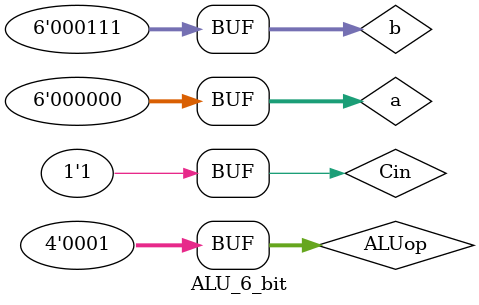
<source format=v>
module ALU_6_bit();
  
reg [5:0] a;
reg [5:0] b;
reg Cin;
reg [3:0]ALUop;
wire Carryout;
wire [5:0] Result;
  
top t0(
.a(a),
.b(b),
.Cin(Cin),
.ALUop(ALUop),
.Carryout(Carryout),
.Result(Result)
);

initial
begin
  a = 6'b000000;
  b = 6'b000111;
  Cin = 1'b1;
  ALUop = 4'b0001;
end
  
endmodule
</source>
